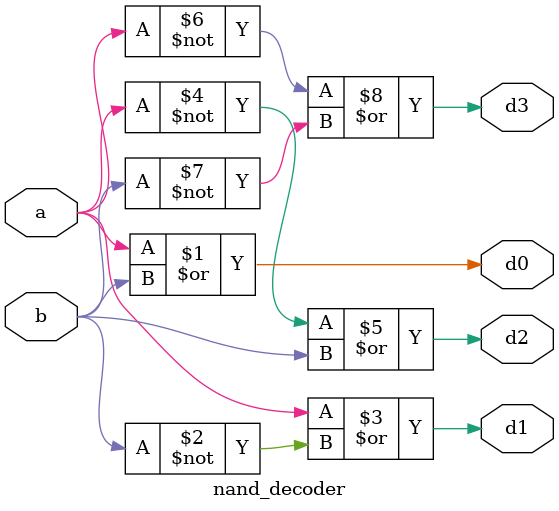
<source format=v>
`timescale 1ns / 1ps


module nand_decoder(
    input a, b,
    output d0, d1, d2, d3
    );
    
assign d0 = a | b;
assign d1 = a | ~b;
assign d2 = ~a | b;
assign d3 = ~a | ~b;
endmodule

</source>
